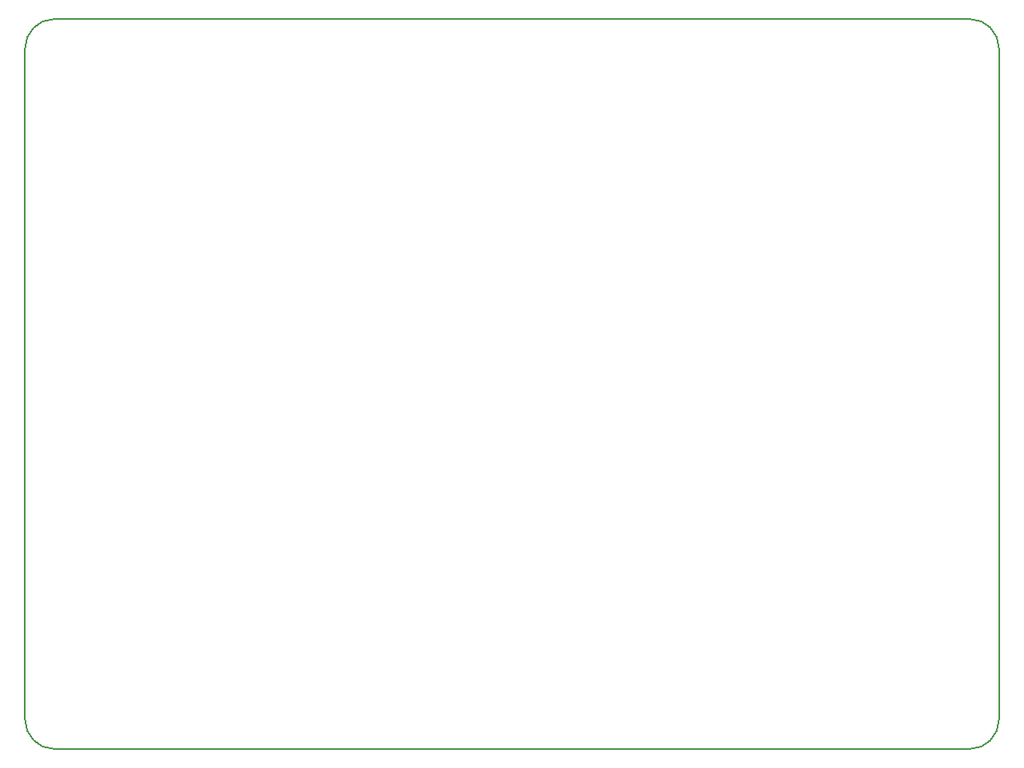
<source format=gbr>
%TF.GenerationSoftware,KiCad,Pcbnew,(5.0.0)*%
%TF.CreationDate,2019-02-02T21:10:16-06:00*%
%TF.ProjectId,BPSMaster,4250534D61737465722E6B696361645F,rev?*%
%TF.SameCoordinates,Original*%
%TF.FileFunction,Profile,NP*%
%FSLAX46Y46*%
G04 Gerber Fmt 4.6, Leading zero omitted, Abs format (unit mm)*
G04 Created by KiCad (PCBNEW (5.0.0)) date 02/02/19 21:10:16*
%MOMM*%
%LPD*%
G01*
G04 APERTURE LIST*
%ADD10C,0.150000*%
G04 APERTURE END LIST*
D10*
X103000000Y-150000000D02*
G75*
G02X100000000Y-147000000I0J3000000D01*
G01*
X100000000Y-78000000D02*
G75*
G02X103000000Y-75000000I3000000J0D01*
G01*
X197000000Y-75000000D02*
G75*
G02X200000000Y-78000000I0J-3000000D01*
G01*
X200000000Y-147000000D02*
G75*
G02X197000000Y-150000000I-3000000J0D01*
G01*
X103000000Y-150000000D02*
X197000000Y-150000000D01*
X200000000Y-78000000D02*
X200000000Y-147000000D01*
X103000000Y-75000000D02*
X197000000Y-75000000D01*
X100000000Y-147000000D02*
X100000000Y-78000000D01*
M02*

</source>
